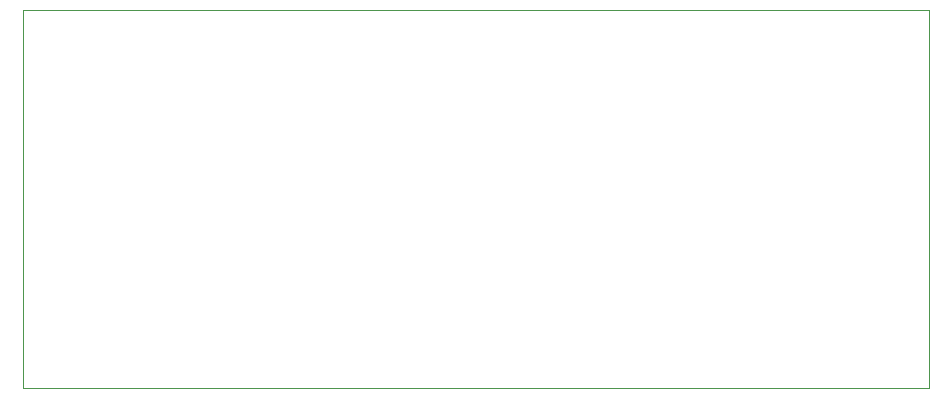
<source format=gm1>
G04 #@! TF.GenerationSoftware,KiCad,Pcbnew,7.0.8*
G04 #@! TF.CreationDate,2024-05-20T17:56:06+02:00*
G04 #@! TF.ProjectId,Generator_Cyfrowka,47656e65-7261-4746-9f72-5f437966726f,rev?*
G04 #@! TF.SameCoordinates,Original*
G04 #@! TF.FileFunction,Profile,NP*
%FSLAX46Y46*%
G04 Gerber Fmt 4.6, Leading zero omitted, Abs format (unit mm)*
G04 Created by KiCad (PCBNEW 7.0.8) date 2024-05-20 17:56:06*
%MOMM*%
%LPD*%
G01*
G04 APERTURE LIST*
G04 #@! TA.AperFunction,Profile*
%ADD10C,0.100000*%
G04 #@! TD*
G04 APERTURE END LIST*
D10*
X46228000Y-66548000D02*
X122936000Y-66548000D01*
X122936000Y-98552000D01*
X46228000Y-98552000D01*
X46228000Y-66548000D01*
M02*

</source>
